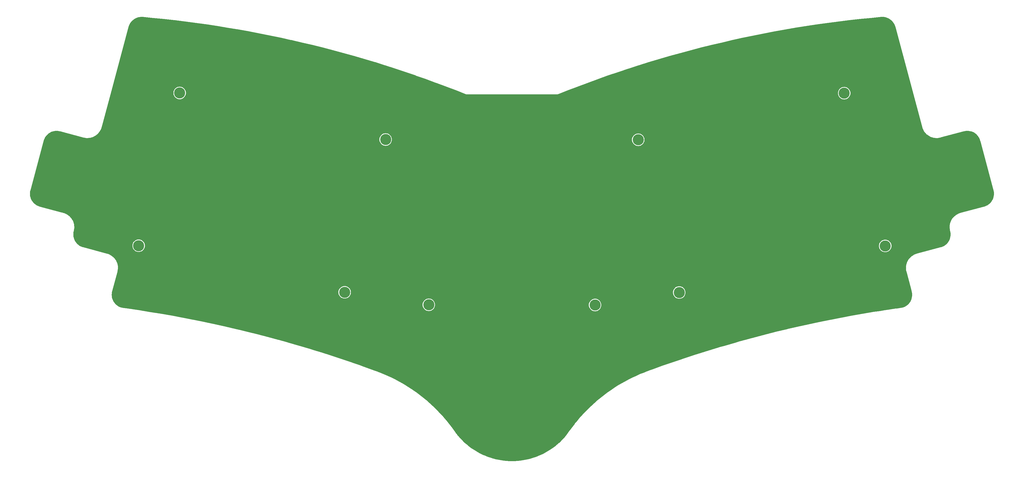
<source format=gtl>
G04 #@! TF.GenerationSoftware,KiCad,Pcbnew,8.0.2*
G04 #@! TF.CreationDate,2024-06-03T01:20:00+01:00*
G04 #@! TF.ProjectId,Ashwing66_baseplate,41736877-696e-4673-9636-5f6261736570,1*
G04 #@! TF.SameCoordinates,Original*
G04 #@! TF.FileFunction,Copper,L1,Top*
G04 #@! TF.FilePolarity,Positive*
%FSLAX46Y46*%
G04 Gerber Fmt 4.6, Leading zero omitted, Abs format (unit mm)*
G04 Created by KiCad (PCBNEW 8.0.2) date 2024-06-03 01:20:00*
%MOMM*%
%LPD*%
G01*
G04 APERTURE LIST*
G04 #@! TA.AperFunction,ComponentPad*
%ADD10C,4.000000*%
G04 #@! TD*
G04 APERTURE END LIST*
D10*
X182412813Y-191449989D03*
X152022060Y-186930278D03*
X166826509Y-131679322D03*
X92452975Y-114830939D03*
X77648526Y-170081896D03*
X347204984Y-170154664D03*
X258026999Y-131752090D03*
X332400534Y-114903706D03*
X242440696Y-191522758D03*
X272831448Y-187003047D03*
G04 #@! TA.AperFunction,Conductor*
G36*
X346245275Y-87314171D02*
G01*
X346654705Y-87336412D01*
X346665364Y-87337455D01*
X347071351Y-87394998D01*
X347081887Y-87396960D01*
X347481380Y-87489374D01*
X347491716Y-87492242D01*
X347881703Y-87618828D01*
X347891738Y-87622571D01*
X348269373Y-87782407D01*
X348279033Y-87786999D01*
X348641414Y-87978857D01*
X348650658Y-87984276D01*
X348995106Y-88206739D01*
X349003855Y-88212942D01*
X349019632Y-88225186D01*
X349327790Y-88464340D01*
X349335943Y-88471252D01*
X349636943Y-88749709D01*
X349644485Y-88757317D01*
X349920287Y-89060738D01*
X349927149Y-89068977D01*
X350175701Y-89395103D01*
X350181818Y-89403892D01*
X350370546Y-89701805D01*
X350401249Y-89750271D01*
X350406592Y-89759572D01*
X350595265Y-90123613D01*
X350599784Y-90133341D01*
X350756291Y-90512328D01*
X350759952Y-90522410D01*
X350884285Y-90917207D01*
X350885789Y-90922368D01*
X360586265Y-127133247D01*
X360586258Y-127133248D01*
X360586280Y-127133304D01*
X360586672Y-127134770D01*
X360586670Y-127134820D01*
X360656838Y-127396730D01*
X360766420Y-127702197D01*
X360805732Y-127811780D01*
X360820945Y-127845205D01*
X360988390Y-128213110D01*
X360988392Y-128213113D01*
X360988394Y-128213117D01*
X361203575Y-128597997D01*
X361290886Y-128727704D01*
X361449804Y-128963791D01*
X361725402Y-129308000D01*
X361725405Y-129308004D01*
X361976752Y-129573608D01*
X362028489Y-129628279D01*
X362283452Y-129856583D01*
X362356995Y-129922436D01*
X362356997Y-129922438D01*
X362708651Y-130188445D01*
X363081081Y-130424508D01*
X363081086Y-130424512D01*
X363104449Y-130436742D01*
X363471751Y-130629018D01*
X363877964Y-130800561D01*
X364296956Y-130937971D01*
X364725865Y-131040309D01*
X365161760Y-131106877D01*
X365601664Y-131137220D01*
X366042571Y-131131130D01*
X366481469Y-131088649D01*
X366915360Y-131010067D01*
X367125797Y-130953670D01*
X367125833Y-130953670D01*
X367125831Y-130953661D01*
X367184451Y-130937969D01*
X375553922Y-128697536D01*
X375554101Y-128697505D01*
X375564986Y-128694587D01*
X375564989Y-128694588D01*
X375605066Y-128683847D01*
X375610253Y-128682578D01*
X376013723Y-128593110D01*
X376024336Y-128591238D01*
X376431352Y-128537636D01*
X376442086Y-128536695D01*
X376852229Y-128518773D01*
X376863039Y-128518773D01*
X377273155Y-128536665D01*
X377283901Y-128537604D01*
X377690923Y-128591179D01*
X377701563Y-128593055D01*
X378102345Y-128681898D01*
X378112771Y-128684691D01*
X378153514Y-128697537D01*
X378504282Y-128808128D01*
X378514447Y-128811827D01*
X378893712Y-128968918D01*
X378903499Y-128973482D01*
X378918524Y-128981304D01*
X379267618Y-129163030D01*
X379276986Y-129168438D01*
X379623202Y-129389002D01*
X379632064Y-129395208D01*
X379957728Y-129645102D01*
X379966002Y-129652044D01*
X380268672Y-129929396D01*
X380276298Y-129937022D01*
X380478168Y-130157332D01*
X380553634Y-130239691D01*
X380560588Y-130247979D01*
X380810479Y-130573659D01*
X380816683Y-130582521D01*
X380845372Y-130627556D01*
X381037233Y-130928737D01*
X381042632Y-130938087D01*
X381124621Y-131095600D01*
X381232170Y-131302217D01*
X381236742Y-131312022D01*
X381393817Y-131691277D01*
X381397516Y-131701443D01*
X381521584Y-132094995D01*
X381523098Y-132100189D01*
X381536580Y-132150516D01*
X381536611Y-132150601D01*
X386324805Y-150012702D01*
X386326093Y-150017962D01*
X386415552Y-150421375D01*
X386417431Y-150432030D01*
X386471031Y-150839004D01*
X386471975Y-150849781D01*
X386489898Y-151259900D01*
X386489898Y-151270718D01*
X386472009Y-151680815D01*
X386471067Y-151691592D01*
X386417497Y-152098593D01*
X386415618Y-152109247D01*
X386326784Y-152509999D01*
X386323985Y-152520449D01*
X386200550Y-152911959D01*
X386196850Y-152922125D01*
X386039766Y-153301376D01*
X386035194Y-153311181D01*
X385845650Y-153675297D01*
X385840241Y-153684666D01*
X385619677Y-154030883D01*
X385613471Y-154039745D01*
X385363577Y-154365409D01*
X385356624Y-154373696D01*
X385079296Y-154676340D01*
X385071645Y-154683990D01*
X384768985Y-154961316D01*
X384760698Y-154968269D01*
X384435034Y-155218149D01*
X384426172Y-155224355D01*
X384079940Y-155444914D01*
X384070571Y-155450322D01*
X383706458Y-155639851D01*
X383696653Y-155644423D01*
X383317398Y-155801497D01*
X383307232Y-155805197D01*
X382913688Y-155929260D01*
X382908496Y-155930773D01*
X382857989Y-155944304D01*
X382857826Y-155944363D01*
X374482163Y-158190768D01*
X374481981Y-158190763D01*
X374219315Y-158261149D01*
X373804271Y-158410064D01*
X373402963Y-158592735D01*
X373402958Y-158592738D01*
X373018091Y-158807930D01*
X372652298Y-159054178D01*
X372308101Y-159329783D01*
X372308100Y-159329784D01*
X371987842Y-159632866D01*
X371987836Y-159632872D01*
X371693705Y-159961358D01*
X371693694Y-159961372D01*
X371427689Y-160313032D01*
X371427680Y-160313046D01*
X371191627Y-160685465D01*
X370987125Y-161076123D01*
X370815587Y-161482322D01*
X370815579Y-161482343D01*
X370678175Y-161901305D01*
X370678170Y-161901320D01*
X370575826Y-162330223D01*
X370547700Y-162514374D01*
X370509251Y-162766111D01*
X370496950Y-162944387D01*
X370478897Y-163206023D01*
X370484974Y-163646898D01*
X370484974Y-163646907D01*
X370484975Y-163646912D01*
X370486166Y-163659217D01*
X370527440Y-164085812D01*
X370606001Y-164519686D01*
X370606003Y-164519695D01*
X370639028Y-164642947D01*
X370661582Y-164727122D01*
X370661590Y-164727153D01*
X370662374Y-164730082D01*
X370663652Y-164735309D01*
X370753066Y-165138682D01*
X370754945Y-165149335D01*
X370808516Y-165556328D01*
X370809458Y-165567104D01*
X370827353Y-165977192D01*
X370827353Y-165988009D01*
X370809440Y-166398109D01*
X370808497Y-166408885D01*
X370754910Y-166815864D01*
X370753031Y-166826517D01*
X370664180Y-167227267D01*
X370661380Y-167237716D01*
X370537942Y-167629194D01*
X370534243Y-167639359D01*
X370377146Y-168018614D01*
X370372574Y-168028417D01*
X370183035Y-168392514D01*
X370177626Y-168401883D01*
X369957067Y-168748086D01*
X369950863Y-168756946D01*
X369700973Y-169082609D01*
X369694019Y-169090896D01*
X369416701Y-169393536D01*
X369409052Y-169401185D01*
X369106411Y-169678506D01*
X369098125Y-169685459D01*
X368772466Y-169935349D01*
X368763605Y-169941554D01*
X368417405Y-170162112D01*
X368408037Y-170167521D01*
X368043924Y-170357073D01*
X368034133Y-170361638D01*
X367654888Y-170518732D01*
X367644729Y-170522430D01*
X367249487Y-170647057D01*
X367244291Y-170648572D01*
X358710622Y-172935168D01*
X358710348Y-172935161D01*
X358448038Y-173005451D01*
X358448027Y-173005454D01*
X358032992Y-173154365D01*
X358032991Y-173154365D01*
X357631672Y-173337038D01*
X357246801Y-173552234D01*
X356881022Y-173798471D01*
X356881015Y-173798476D01*
X356536826Y-174074072D01*
X356536814Y-174074082D01*
X356216545Y-174377173D01*
X355922417Y-174705656D01*
X355922406Y-174705670D01*
X355656400Y-175057330D01*
X355656391Y-175057344D01*
X355420339Y-175429763D01*
X355420332Y-175429774D01*
X355215840Y-175820411D01*
X355215840Y-175820412D01*
X355215836Y-175820419D01*
X355215835Y-175820423D01*
X355111028Y-176068602D01*
X355044293Y-176226629D01*
X355044291Y-176226634D01*
X354906880Y-176645611D01*
X354906877Y-176645625D01*
X354804536Y-177074519D01*
X354737960Y-177510404D01*
X354707605Y-177950322D01*
X354713682Y-178391196D01*
X354713682Y-178391197D01*
X354713682Y-178391206D01*
X354713683Y-178391212D01*
X354725973Y-178518234D01*
X354756148Y-178830111D01*
X354834711Y-179263991D01*
X354834715Y-179264009D01*
X354876770Y-179420966D01*
X354876773Y-179420974D01*
X354878877Y-179428824D01*
X354878877Y-179428826D01*
X356409457Y-185141006D01*
X356784707Y-186541454D01*
X356784711Y-186541475D01*
X356797540Y-186589348D01*
X356798829Y-186594614D01*
X356887810Y-186996112D01*
X356889690Y-187006786D01*
X356942915Y-187411818D01*
X356943856Y-187422616D01*
X356961508Y-187830745D01*
X356961503Y-187841584D01*
X356943447Y-188249709D01*
X356942495Y-188260505D01*
X356888871Y-188665481D01*
X356886980Y-188676154D01*
X356798193Y-189074912D01*
X356795377Y-189085378D01*
X356672111Y-189474847D01*
X356668392Y-189485028D01*
X356511582Y-189862254D01*
X356506988Y-189872071D01*
X356317844Y-190234149D01*
X356312411Y-190243528D01*
X356092357Y-190587725D01*
X356086125Y-190596592D01*
X355836862Y-190920250D01*
X355829880Y-190928540D01*
X355553309Y-191229192D01*
X355545629Y-191236841D01*
X355243860Y-191512190D01*
X355235542Y-191519139D01*
X354910876Y-191767089D01*
X354901983Y-191773284D01*
X354556897Y-191991941D01*
X354547496Y-191997337D01*
X354184654Y-192185012D01*
X354174819Y-192189566D01*
X353796963Y-192344845D01*
X353786767Y-192348523D01*
X353396791Y-192470213D01*
X353386313Y-192472986D01*
X352989550Y-192559642D01*
X352980028Y-192561336D01*
X351445344Y-192772940D01*
X351023719Y-192831074D01*
X351023711Y-192831075D01*
X351023676Y-192831080D01*
X347754834Y-193312031D01*
X347095466Y-193409045D01*
X345227341Y-193701236D01*
X343172591Y-194022616D01*
X339255465Y-194671734D01*
X335344406Y-195356340D01*
X331439697Y-196076388D01*
X327541679Y-196831816D01*
X323650670Y-197622559D01*
X319766993Y-198448554D01*
X315890942Y-199309737D01*
X312022986Y-200206004D01*
X312022921Y-200206019D01*
X312022911Y-200206022D01*
X311584720Y-200311753D01*
X308163110Y-201137358D01*
X304311942Y-202103650D01*
X300469773Y-203104804D01*
X297554051Y-203892858D01*
X296636710Y-204140795D01*
X294729028Y-204675006D01*
X292813149Y-205211514D01*
X288999764Y-206316773D01*
X287635756Y-206725556D01*
X285196244Y-207456660D01*
X285196202Y-207456672D01*
X285196192Y-207456676D01*
X281403278Y-208630971D01*
X277621205Y-209839602D01*
X273850212Y-211082491D01*
X270090678Y-212359512D01*
X266342813Y-213670596D01*
X263672063Y-214632151D01*
X262606996Y-215015610D01*
X262606964Y-215015621D01*
X262606958Y-215015624D01*
X260796354Y-215686106D01*
X260790649Y-215687699D01*
X260744683Y-215705233D01*
X260743554Y-215705657D01*
X260697394Y-215722751D01*
X260692136Y-215725269D01*
X260039147Y-215974369D01*
X258645362Y-216546603D01*
X257266495Y-217153665D01*
X255903257Y-217795244D01*
X254556596Y-218470894D01*
X253227383Y-219180176D01*
X251916392Y-219922677D01*
X250624497Y-220697905D01*
X249352531Y-221505357D01*
X248101220Y-222344574D01*
X246871450Y-223214962D01*
X245663956Y-224115998D01*
X244479469Y-225047137D01*
X243318777Y-226007766D01*
X242182656Y-226997234D01*
X241071738Y-228014993D01*
X239986746Y-229060385D01*
X238928404Y-230132710D01*
X237897378Y-231231290D01*
X236894285Y-232355470D01*
X235919791Y-233504504D01*
X235193856Y-234405443D01*
X234974483Y-234677701D01*
X234058983Y-235874287D01*
X233563763Y-236556438D01*
X233173845Y-237093540D01*
X232751700Y-237706892D01*
X232747965Y-237712032D01*
X232154123Y-238486662D01*
X232151106Y-238490442D01*
X231525488Y-239243766D01*
X231522327Y-239247425D01*
X230867794Y-239975804D01*
X230864492Y-239979337D01*
X230182075Y-240681622D01*
X230178638Y-240685024D01*
X229469343Y-241360181D01*
X229465776Y-241363446D01*
X228730717Y-242010416D01*
X228727026Y-242013540D01*
X227967262Y-242631390D01*
X227963451Y-242634367D01*
X227180198Y-243222107D01*
X227176274Y-243224933D01*
X226370735Y-243781661D01*
X226366705Y-243784333D01*
X225540010Y-244309269D01*
X225535877Y-244311781D01*
X224689368Y-244804070D01*
X224685142Y-244806419D01*
X223820071Y-245265336D01*
X223815755Y-245267518D01*
X222933498Y-245692331D01*
X222929102Y-245694344D01*
X222030876Y-246084469D01*
X222026403Y-246086308D01*
X221113719Y-246441086D01*
X221109179Y-246442750D01*
X220183304Y-246761691D01*
X220178702Y-246763176D01*
X219241134Y-247045763D01*
X219236478Y-247047068D01*
X218288598Y-247292886D01*
X218283894Y-247294009D01*
X217327124Y-247502687D01*
X217322380Y-247503625D01*
X216358210Y-247674839D01*
X216353433Y-247675591D01*
X215383351Y-247809076D01*
X215378549Y-247809642D01*
X214403968Y-247905206D01*
X214399147Y-247905584D01*
X213421597Y-247963075D01*
X213416765Y-247963265D01*
X212437698Y-247982598D01*
X212432862Y-247982599D01*
X211453812Y-247963743D01*
X211448980Y-247963556D01*
X210471377Y-247906541D01*
X210466556Y-247906165D01*
X209491956Y-247811078D01*
X209487153Y-247810515D01*
X208516979Y-247677497D01*
X208512202Y-247676747D01*
X207547947Y-247506003D01*
X207543203Y-247505067D01*
X206586355Y-247296860D01*
X206581651Y-247295740D01*
X205783443Y-247089153D01*
X205633623Y-247050377D01*
X205628985Y-247049080D01*
X205346779Y-246964171D01*
X204691271Y-246766947D01*
X204686668Y-246765464D01*
X203760639Y-246446974D01*
X203756098Y-246445312D01*
X202843231Y-246090975D01*
X202838758Y-246089138D01*
X202830195Y-246085424D01*
X202817241Y-246079805D01*
X201940362Y-245699458D01*
X201935964Y-245697447D01*
X201053480Y-245273055D01*
X201049164Y-245270875D01*
X200536817Y-244999397D01*
X200183871Y-244812380D01*
X200179651Y-244810038D01*
X200169377Y-244804070D01*
X199607948Y-244477935D01*
X199332915Y-244318168D01*
X199328781Y-244315658D01*
X198501849Y-243791136D01*
X198497817Y-243788467D01*
X197691960Y-243232099D01*
X197688035Y-243229274D01*
X196904512Y-242641929D01*
X196900700Y-242638954D01*
X196140647Y-242021484D01*
X196136954Y-242018362D01*
X195401581Y-241371750D01*
X195398013Y-241368487D01*
X194688376Y-240693663D01*
X194684937Y-240690262D01*
X194002179Y-239988309D01*
X193998875Y-239984778D01*
X193343988Y-239256719D01*
X193340825Y-239253061D01*
X193334648Y-239245631D01*
X192714837Y-238500038D01*
X192711819Y-238496260D01*
X192481015Y-238195495D01*
X192117638Y-237721971D01*
X192113879Y-237716802D01*
X191691954Y-237103597D01*
X190807149Y-235884477D01*
X190807142Y-235884467D01*
X189891955Y-234687989D01*
X188946983Y-233514933D01*
X188946968Y-233514915D01*
X187972770Y-232365972D01*
X187304244Y-231616587D01*
X186969987Y-231241900D01*
X185939241Y-230143398D01*
X184881174Y-229071151D01*
X183796513Y-228025894D01*
X182685882Y-227008227D01*
X181550023Y-226018832D01*
X181550012Y-226018822D01*
X180796578Y-225395164D01*
X180389616Y-225058299D01*
X179997463Y-224749980D01*
X179205423Y-224127262D01*
X177998190Y-223226306D01*
X176768679Y-222355999D01*
X176387382Y-222100246D01*
X175517674Y-221516895D01*
X174312108Y-220751520D01*
X174245945Y-220709515D01*
X174226592Y-220697901D01*
X172954349Y-219934397D01*
X172933654Y-219922675D01*
X171643605Y-219191976D01*
X170314633Y-218482775D01*
X170314609Y-218482762D01*
X168968244Y-217807222D01*
X167605311Y-217165760D01*
X167605290Y-217165750D01*
X166226633Y-216558760D01*
X166226617Y-216558753D01*
X166226607Y-216558749D01*
X165812177Y-216388597D01*
X164833145Y-215986638D01*
X164180339Y-215737605D01*
X164174989Y-215735041D01*
X164128830Y-215717947D01*
X164127701Y-215717523D01*
X164096001Y-215705431D01*
X164088160Y-215702440D01*
X164088159Y-215702439D01*
X164081760Y-215699999D01*
X164076051Y-215698404D01*
X163001767Y-215300588D01*
X162265412Y-215027910D01*
X158529615Y-213682905D01*
X157283611Y-213247026D01*
X154781729Y-212371814D01*
X151022195Y-211094795D01*
X147251201Y-209851907D01*
X143469128Y-208643277D01*
X140374389Y-207685139D01*
X139676162Y-207468967D01*
X135872749Y-206329113D01*
X135872742Y-206329111D01*
X135872642Y-206329081D01*
X132059257Y-205223823D01*
X130937028Y-204909563D01*
X128235697Y-204153104D01*
X127858866Y-204051255D01*
X124402660Y-203117121D01*
X120560463Y-202115960D01*
X116709296Y-201149668D01*
X114379525Y-200587515D01*
X112849496Y-200218332D01*
X112849460Y-200218323D01*
X112849420Y-200218314D01*
X108981464Y-199322048D01*
X108926027Y-199309731D01*
X105105409Y-198460863D01*
X102379779Y-197881166D01*
X101221736Y-197634869D01*
X97330728Y-196844126D01*
X93432709Y-196088698D01*
X89528000Y-195368649D01*
X85616942Y-194684042D01*
X81699816Y-194034924D01*
X77776860Y-193421338D01*
X73848732Y-192843385D01*
X73848712Y-192843382D01*
X73848690Y-192843379D01*
X72449212Y-192650418D01*
X71893493Y-192573795D01*
X71883963Y-192572100D01*
X71486136Y-192485185D01*
X71475659Y-192482411D01*
X71110622Y-192368481D01*
X71085700Y-192360702D01*
X71075514Y-192357027D01*
X70697674Y-192201735D01*
X70687847Y-192197185D01*
X70371842Y-192033719D01*
X70324998Y-192009487D01*
X70315599Y-192004091D01*
X69970548Y-191785441D01*
X69961656Y-191779246D01*
X69677728Y-191562397D01*
X69637000Y-191531291D01*
X69628702Y-191524359D01*
X69547190Y-191449981D01*
X180157484Y-191449981D01*
X180157484Y-191449996D01*
X180176777Y-191744352D01*
X180176778Y-191744362D01*
X180176779Y-191744369D01*
X180226600Y-191994841D01*
X180234331Y-192033705D01*
X180234334Y-192033719D01*
X180329162Y-192313069D01*
X180459638Y-192577649D01*
X180459642Y-192577656D01*
X180623538Y-192822944D01*
X180818054Y-193044747D01*
X181039856Y-193239262D01*
X181285148Y-193403161D01*
X181549736Y-193533641D01*
X181829091Y-193628470D01*
X182118433Y-193686023D01*
X182146701Y-193687875D01*
X182412806Y-193705318D01*
X182412813Y-193705318D01*
X182412820Y-193705318D01*
X182648488Y-193689870D01*
X182707193Y-193686023D01*
X182996535Y-193628470D01*
X183275890Y-193533641D01*
X183540478Y-193403161D01*
X183785770Y-193239262D01*
X184007571Y-193044747D01*
X184202086Y-192822946D01*
X184365985Y-192577654D01*
X184496465Y-192313066D01*
X184591294Y-192033711D01*
X184648847Y-191744369D01*
X184652694Y-191685664D01*
X184663373Y-191522750D01*
X240185367Y-191522750D01*
X240185367Y-191522765D01*
X240204660Y-191817121D01*
X240204661Y-191817131D01*
X240204662Y-191817138D01*
X240204664Y-191817148D01*
X240262214Y-192106474D01*
X240262217Y-192106488D01*
X240357045Y-192385838D01*
X240487521Y-192650418D01*
X240487525Y-192650425D01*
X240651421Y-192895713D01*
X240845937Y-193117516D01*
X241067740Y-193312032D01*
X241231328Y-193421338D01*
X241313031Y-193475930D01*
X241577619Y-193606410D01*
X241856974Y-193701239D01*
X242146316Y-193758792D01*
X242174584Y-193760644D01*
X242440689Y-193778087D01*
X242440696Y-193778087D01*
X242440703Y-193778087D01*
X242676371Y-193762639D01*
X242735076Y-193758792D01*
X243024418Y-193701239D01*
X243303773Y-193606410D01*
X243568361Y-193475930D01*
X243813653Y-193312031D01*
X244035454Y-193117516D01*
X244229969Y-192895715D01*
X244393868Y-192650423D01*
X244524348Y-192385835D01*
X244619177Y-192106480D01*
X244676730Y-191817138D01*
X244693427Y-191562397D01*
X244696025Y-191522765D01*
X244696025Y-191522750D01*
X244676731Y-191228394D01*
X244676730Y-191228378D01*
X244619177Y-190939036D01*
X244524348Y-190659681D01*
X244393868Y-190395094D01*
X244345245Y-190322325D01*
X244286328Y-190234149D01*
X244229969Y-190149801D01*
X244166150Y-190077030D01*
X244035454Y-189927999D01*
X243813651Y-189733483D01*
X243568363Y-189569587D01*
X243568356Y-189569583D01*
X243303776Y-189439107D01*
X243024426Y-189344279D01*
X243024420Y-189344277D01*
X243024418Y-189344277D01*
X242735076Y-189286724D01*
X242735069Y-189286723D01*
X242735059Y-189286722D01*
X242440703Y-189267429D01*
X242440689Y-189267429D01*
X242146332Y-189286722D01*
X242146320Y-189286723D01*
X242146316Y-189286724D01*
X242146308Y-189286725D01*
X242146305Y-189286726D01*
X241856979Y-189344276D01*
X241856965Y-189344279D01*
X241577615Y-189439107D01*
X241313030Y-189569586D01*
X241067737Y-189733486D01*
X240845937Y-189927999D01*
X240651424Y-190149799D01*
X240487524Y-190395092D01*
X240357045Y-190659677D01*
X240262217Y-190939027D01*
X240262214Y-190939041D01*
X240204664Y-191228367D01*
X240204660Y-191228394D01*
X240185367Y-191522750D01*
X184663373Y-191522750D01*
X184668142Y-191449996D01*
X184668142Y-191449981D01*
X184648848Y-191155625D01*
X184648847Y-191155609D01*
X184591294Y-190866267D01*
X184496465Y-190586912D01*
X184365985Y-190322325D01*
X184321484Y-190255725D01*
X184307068Y-190234149D01*
X184202086Y-190077032D01*
X184071388Y-189928000D01*
X184007571Y-189855230D01*
X183785768Y-189660714D01*
X183540480Y-189496818D01*
X183540473Y-189496814D01*
X183275893Y-189366338D01*
X182996543Y-189271510D01*
X182996537Y-189271508D01*
X182996535Y-189271508D01*
X182707193Y-189213955D01*
X182707186Y-189213954D01*
X182707176Y-189213953D01*
X182412820Y-189194660D01*
X182412806Y-189194660D01*
X182118449Y-189213953D01*
X182118437Y-189213954D01*
X182118433Y-189213955D01*
X182118425Y-189213956D01*
X182118422Y-189213957D01*
X181829096Y-189271507D01*
X181829082Y-189271510D01*
X181549732Y-189366338D01*
X181285147Y-189496817D01*
X181039854Y-189660717D01*
X180818054Y-189855230D01*
X180623541Y-190077030D01*
X180459641Y-190322323D01*
X180329162Y-190586908D01*
X180234334Y-190866258D01*
X180234331Y-190866272D01*
X180176781Y-191155598D01*
X180176777Y-191155625D01*
X180157484Y-191449981D01*
X69547190Y-191449981D01*
X69326919Y-191248987D01*
X69319249Y-191241347D01*
X69042683Y-190940697D01*
X69035701Y-190932407D01*
X69026338Y-190920250D01*
X68786447Y-190608759D01*
X68780216Y-190599892D01*
X68602759Y-190322325D01*
X68560174Y-190255716D01*
X68554750Y-190246356D01*
X68365580Y-189884243D01*
X68360996Y-189874446D01*
X68204184Y-189497236D01*
X68200467Y-189487060D01*
X68196601Y-189474847D01*
X68077185Y-189097579D01*
X68074378Y-189087147D01*
X67985574Y-188688382D01*
X67983685Y-188677718D01*
X67950395Y-188426397D01*
X67930044Y-188272753D01*
X67929092Y-188261964D01*
X67911014Y-187853827D01*
X67911010Y-187843014D01*
X67928638Y-187434874D01*
X67929575Y-187424113D01*
X67982777Y-187019048D01*
X67984653Y-187008398D01*
X68001962Y-186930270D01*
X149766731Y-186930270D01*
X149766731Y-186930285D01*
X149786024Y-187224641D01*
X149786025Y-187224651D01*
X149786026Y-187224658D01*
X149800502Y-187297437D01*
X149843578Y-187513994D01*
X149843581Y-187514008D01*
X149938409Y-187793358D01*
X150068885Y-188057938D01*
X150068889Y-188057945D01*
X150232785Y-188303233D01*
X150427301Y-188525036D01*
X150649103Y-188719551D01*
X150894395Y-188883450D01*
X151158983Y-189013930D01*
X151438338Y-189108759D01*
X151727680Y-189166312D01*
X151755948Y-189168164D01*
X152022053Y-189185607D01*
X152022060Y-189185607D01*
X152022067Y-189185607D01*
X152257735Y-189170159D01*
X152316440Y-189166312D01*
X152605782Y-189108759D01*
X152885137Y-189013930D01*
X153149725Y-188883450D01*
X153395017Y-188719551D01*
X153616818Y-188525036D01*
X153811333Y-188303235D01*
X153975232Y-188057943D01*
X154105712Y-187793355D01*
X154200541Y-187514000D01*
X154258094Y-187224658D01*
X154272270Y-187008384D01*
X154272620Y-187003039D01*
X270576119Y-187003039D01*
X270576119Y-187003054D01*
X270595412Y-187297410D01*
X270595413Y-187297420D01*
X270595414Y-187297427D01*
X270621678Y-187429469D01*
X270652966Y-187586763D01*
X270652969Y-187586777D01*
X270747797Y-187866127D01*
X270878273Y-188130707D01*
X270878277Y-188130714D01*
X271042173Y-188376002D01*
X271236689Y-188597805D01*
X271458492Y-188792321D01*
X271703780Y-188956217D01*
X271703783Y-188956219D01*
X271968371Y-189086699D01*
X272247726Y-189181528D01*
X272537068Y-189239081D01*
X272565336Y-189240933D01*
X272831441Y-189258376D01*
X272831448Y-189258376D01*
X272831455Y-189258376D01*
X273067123Y-189242928D01*
X273125828Y-189239081D01*
X273415170Y-189181528D01*
X273694525Y-189086699D01*
X273959113Y-188956219D01*
X274204405Y-188792320D01*
X274426206Y-188597805D01*
X274620721Y-188376004D01*
X274784620Y-188130712D01*
X274915100Y-187866124D01*
X275009929Y-187586769D01*
X275067482Y-187297427D01*
X275086080Y-187013686D01*
X275086777Y-187003054D01*
X275086777Y-187003039D01*
X275067483Y-186708683D01*
X275067482Y-186708667D01*
X275009929Y-186419325D01*
X274915100Y-186139970D01*
X274784620Y-185875383D01*
X274735997Y-185802614D01*
X274729490Y-185792876D01*
X274620721Y-185630090D01*
X274556902Y-185557319D01*
X274426206Y-185408288D01*
X274204403Y-185213772D01*
X273959115Y-185049876D01*
X273959108Y-185049872D01*
X273694528Y-184919396D01*
X273415178Y-184824568D01*
X273415172Y-184824566D01*
X273415170Y-184824566D01*
X273125828Y-184767013D01*
X273125821Y-184767012D01*
X273125811Y-184767011D01*
X272831455Y-184747718D01*
X272831441Y-184747718D01*
X272537084Y-184767011D01*
X272537072Y-184767012D01*
X272537068Y-184767013D01*
X272537060Y-184767014D01*
X272537057Y-184767015D01*
X272247731Y-184824565D01*
X272247717Y-184824568D01*
X271968367Y-184919396D01*
X271703782Y-185049875D01*
X271458489Y-185213775D01*
X271236689Y-185408288D01*
X271042176Y-185630088D01*
X270878276Y-185875381D01*
X270747797Y-186139966D01*
X270652969Y-186419316D01*
X270652966Y-186419330D01*
X270595416Y-186708656D01*
X270595412Y-186708683D01*
X270576119Y-187003039D01*
X154272620Y-187003039D01*
X154277389Y-186930285D01*
X154277389Y-186930270D01*
X154258095Y-186635914D01*
X154258094Y-186635898D01*
X154200541Y-186346556D01*
X154105712Y-186067201D01*
X153975232Y-185802614D01*
X153811333Y-185557321D01*
X153680635Y-185408289D01*
X153616818Y-185335519D01*
X153395015Y-185141003D01*
X153149727Y-184977107D01*
X153149720Y-184977103D01*
X152885140Y-184846627D01*
X152605790Y-184751799D01*
X152605784Y-184751797D01*
X152605782Y-184751797D01*
X152316440Y-184694244D01*
X152316433Y-184694243D01*
X152316423Y-184694242D01*
X152022067Y-184674949D01*
X152022053Y-184674949D01*
X151727696Y-184694242D01*
X151727684Y-184694243D01*
X151727680Y-184694244D01*
X151727672Y-184694245D01*
X151727669Y-184694246D01*
X151438343Y-184751796D01*
X151438329Y-184751799D01*
X151158979Y-184846627D01*
X150894394Y-184977106D01*
X150649101Y-185141006D01*
X150427301Y-185335519D01*
X150232788Y-185557319D01*
X150068888Y-185802612D01*
X149938409Y-186067197D01*
X149843581Y-186346547D01*
X149843578Y-186346561D01*
X149786028Y-186635887D01*
X149786024Y-186635914D01*
X149766731Y-186930270D01*
X68001962Y-186930270D01*
X68073672Y-186606594D01*
X68074961Y-186601322D01*
X69967430Y-179538542D01*
X69967498Y-179538432D01*
X69980671Y-179489264D01*
X69980672Y-179489265D01*
X70037730Y-179276306D01*
X70086592Y-179006420D01*
X70116284Y-178842425D01*
X70117476Y-178830111D01*
X70158743Y-178403525D01*
X70159147Y-178374131D01*
X70164812Y-177962638D01*
X70164811Y-177962635D01*
X70164812Y-177962624D01*
X70134452Y-177522729D01*
X70067871Y-177086843D01*
X69965521Y-176657944D01*
X69828104Y-176238961D01*
X69656558Y-175832757D01*
X69452053Y-175442107D01*
X69215989Y-175069678D01*
X69215986Y-175069673D01*
X68949983Y-174718024D01*
X68949971Y-174718010D01*
X68655835Y-174389524D01*
X68655829Y-174389518D01*
X68527724Y-174268286D01*
X68335565Y-174086437D01*
X68121205Y-173914799D01*
X67991362Y-173810833D01*
X67813775Y-173691287D01*
X67625582Y-173564599D01*
X67240714Y-173349409D01*
X67240715Y-173349409D01*
X67240705Y-173349404D01*
X66839382Y-173166732D01*
X66424360Y-173017828D01*
X66424348Y-173017825D01*
X66275295Y-172977884D01*
X66275292Y-172977883D01*
X57626907Y-170660550D01*
X57621712Y-170659035D01*
X57227664Y-170534785D01*
X57217506Y-170531088D01*
X56838242Y-170373986D01*
X56828460Y-170369425D01*
X56809527Y-170359569D01*
X56464341Y-170179872D01*
X56454973Y-170174463D01*
X56309662Y-170081888D01*
X75393197Y-170081888D01*
X75393197Y-170081903D01*
X75412490Y-170376259D01*
X75412491Y-170376269D01*
X75412492Y-170376276D01*
X75468898Y-170659854D01*
X75470044Y-170665612D01*
X75470047Y-170665626D01*
X75564875Y-170944976D01*
X75695351Y-171209556D01*
X75695355Y-171209563D01*
X75859251Y-171454851D01*
X76053767Y-171676654D01*
X76275569Y-171871169D01*
X76520861Y-172035068D01*
X76785449Y-172165548D01*
X77064804Y-172260377D01*
X77354146Y-172317930D01*
X77382414Y-172319782D01*
X77648519Y-172337225D01*
X77648526Y-172337225D01*
X77648533Y-172337225D01*
X77884201Y-172321777D01*
X77942906Y-172317930D01*
X78232248Y-172260377D01*
X78511603Y-172165548D01*
X78776191Y-172035068D01*
X79021483Y-171871169D01*
X79243284Y-171676654D01*
X79437799Y-171454853D01*
X79601698Y-171209561D01*
X79732178Y-170944973D01*
X79827007Y-170665618D01*
X79884560Y-170376276D01*
X79898243Y-170167521D01*
X79899086Y-170154656D01*
X344949655Y-170154656D01*
X344949655Y-170154671D01*
X344968948Y-170449027D01*
X344968949Y-170449037D01*
X344968950Y-170449044D01*
X345008425Y-170647503D01*
X345026502Y-170738380D01*
X345026505Y-170738394D01*
X345121333Y-171017744D01*
X345251809Y-171282324D01*
X345251813Y-171282331D01*
X345415709Y-171527619D01*
X345610225Y-171749422D01*
X345749051Y-171871169D01*
X345832027Y-171943937D01*
X346077319Y-172107836D01*
X346341907Y-172238316D01*
X346621262Y-172333145D01*
X346910604Y-172390698D01*
X346938872Y-172392550D01*
X347204977Y-172409993D01*
X347204984Y-172409993D01*
X347204991Y-172409993D01*
X347440659Y-172394545D01*
X347499364Y-172390698D01*
X347788706Y-172333145D01*
X348068061Y-172238316D01*
X348332649Y-172107836D01*
X348577941Y-171943937D01*
X348799742Y-171749422D01*
X348994257Y-171527621D01*
X349158156Y-171282329D01*
X349288636Y-171017741D01*
X349383465Y-170738386D01*
X349441018Y-170449044D01*
X349458661Y-170179872D01*
X349460313Y-170154671D01*
X349460313Y-170154656D01*
X349441019Y-169860300D01*
X349441018Y-169860284D01*
X349383465Y-169570942D01*
X349288636Y-169291587D01*
X349158156Y-169027000D01*
X349155165Y-169022524D01*
X349103026Y-168944493D01*
X348994257Y-168781707D01*
X348930439Y-168708937D01*
X348799742Y-168559905D01*
X348577939Y-168365389D01*
X348332651Y-168201493D01*
X348332644Y-168201489D01*
X348068064Y-168071013D01*
X347788714Y-167976185D01*
X347788708Y-167976183D01*
X347788706Y-167976183D01*
X347499364Y-167918630D01*
X347499357Y-167918629D01*
X347499347Y-167918628D01*
X347204991Y-167899335D01*
X347204977Y-167899335D01*
X346910620Y-167918628D01*
X346910608Y-167918629D01*
X346910604Y-167918630D01*
X346910596Y-167918631D01*
X346910593Y-167918632D01*
X346621267Y-167976182D01*
X346621253Y-167976185D01*
X346341903Y-168071013D01*
X346077318Y-168201492D01*
X345832025Y-168365392D01*
X345610225Y-168559905D01*
X345415712Y-168781705D01*
X345251812Y-169026998D01*
X345121333Y-169291583D01*
X345026505Y-169570933D01*
X345026502Y-169570947D01*
X344968952Y-169860273D01*
X344968948Y-169860300D01*
X344949655Y-170154656D01*
X79899086Y-170154656D01*
X79903855Y-170081903D01*
X79903855Y-170081888D01*
X79884561Y-169787532D01*
X79884560Y-169787516D01*
X79827007Y-169498174D01*
X79732178Y-169218819D01*
X79601698Y-168954232D01*
X79437799Y-168708939D01*
X79386198Y-168650100D01*
X79243284Y-168487137D01*
X79021481Y-168292621D01*
X78776193Y-168128725D01*
X78776186Y-168128721D01*
X78511606Y-167998245D01*
X78232256Y-167903417D01*
X78232250Y-167903415D01*
X78232248Y-167903415D01*
X77942906Y-167845862D01*
X77942899Y-167845861D01*
X77942889Y-167845860D01*
X77648533Y-167826567D01*
X77648519Y-167826567D01*
X77354162Y-167845860D01*
X77354150Y-167845861D01*
X77354146Y-167845862D01*
X77354138Y-167845863D01*
X77354135Y-167845864D01*
X77064809Y-167903414D01*
X77064795Y-167903417D01*
X76785445Y-167998245D01*
X76520860Y-168128724D01*
X76275567Y-168292624D01*
X76053767Y-168487137D01*
X75859254Y-168708937D01*
X75695354Y-168954230D01*
X75564875Y-169218815D01*
X75470047Y-169498165D01*
X75470044Y-169498179D01*
X75412494Y-169787505D01*
X75412490Y-169787532D01*
X75393197Y-170081888D01*
X56309662Y-170081888D01*
X56108769Y-169953903D01*
X56099908Y-169947698D01*
X55774245Y-169697805D01*
X55765959Y-169690852D01*
X55463314Y-169413528D01*
X55455665Y-169405879D01*
X55178347Y-169103240D01*
X55171393Y-169094954D01*
X55168279Y-169090896D01*
X54921491Y-168769276D01*
X54915287Y-168760415D01*
X54694732Y-168414218D01*
X54689323Y-168404850D01*
X54499767Y-168040724D01*
X54495210Y-168030952D01*
X54338107Y-167651681D01*
X54334408Y-167641516D01*
X54210968Y-167250034D01*
X54208168Y-167239585D01*
X54119316Y-166838830D01*
X54117437Y-166828178D01*
X54084998Y-166581816D01*
X54063846Y-166421176D01*
X54062906Y-166410430D01*
X54044992Y-166000308D01*
X54044992Y-165989494D01*
X54045529Y-165977192D01*
X54062888Y-165579383D01*
X54063827Y-165568642D01*
X54117403Y-165161607D01*
X54119275Y-165150994D01*
X54208360Y-164749103D01*
X54209654Y-164743818D01*
X54222696Y-164695198D01*
X54222718Y-164695057D01*
X54223514Y-164692085D01*
X54223626Y-164691443D01*
X54266356Y-164531993D01*
X54344930Y-164098107D01*
X54387405Y-163659214D01*
X54393490Y-163218312D01*
X54363145Y-162778414D01*
X54296575Y-162342525D01*
X54194236Y-161913622D01*
X54128610Y-161713515D01*
X54056836Y-161494660D01*
X54056831Y-161494650D01*
X54056827Y-161494635D01*
X53885287Y-161088427D01*
X53680787Y-160697772D01*
X53444725Y-160325340D01*
X53178713Y-159973674D01*
X53167697Y-159961372D01*
X52902931Y-159665686D01*
X52884568Y-159645178D01*
X52564300Y-159342094D01*
X52220097Y-159066494D01*
X51854310Y-158820260D01*
X51854303Y-158820256D01*
X51854300Y-158820254D01*
X51469444Y-158605078D01*
X51469440Y-158605075D01*
X51315430Y-158534976D01*
X51068111Y-158422408D01*
X51019588Y-158405000D01*
X50653075Y-158273508D01*
X50653067Y-158273506D01*
X50443354Y-158217317D01*
X50443324Y-158217309D01*
X50394242Y-158204145D01*
X49621393Y-157996861D01*
X42014363Y-155956603D01*
X42014246Y-155956561D01*
X41964520Y-155943235D01*
X41959329Y-155941722D01*
X41565227Y-155817452D01*
X41555062Y-155813752D01*
X41175822Y-155656655D01*
X41166018Y-155652083D01*
X40801921Y-155462537D01*
X40792553Y-155457129D01*
X40446343Y-155236562D01*
X40437482Y-155230357D01*
X40421573Y-155218149D01*
X40111812Y-154980454D01*
X40103538Y-154973510D01*
X39800898Y-154696185D01*
X39793249Y-154688536D01*
X39515930Y-154385890D01*
X39508977Y-154377604D01*
X39259089Y-154051941D01*
X39252884Y-154043080D01*
X39032324Y-153696867D01*
X39026916Y-153687499D01*
X38837377Y-153323399D01*
X38832805Y-153313595D01*
X38764310Y-153148235D01*
X38675713Y-152934344D01*
X38672016Y-152924186D01*
X38548569Y-152532671D01*
X38545779Y-152522255D01*
X38456924Y-152121474D01*
X38455052Y-152110858D01*
X38401462Y-151703842D01*
X38400522Y-151693096D01*
X38382611Y-151282977D01*
X38382611Y-151272163D01*
X38382674Y-151270718D01*
X38400510Y-150862056D01*
X38401449Y-150851311D01*
X38455026Y-150444285D01*
X38456900Y-150433665D01*
X38546346Y-150030156D01*
X38547622Y-150024944D01*
X43335353Y-132164573D01*
X43335377Y-132164511D01*
X43349161Y-132113068D01*
X43350675Y-132107873D01*
X43354736Y-132094995D01*
X43474933Y-131713767D01*
X43478633Y-131703604D01*
X43479528Y-131701443D01*
X43488694Y-131679314D01*
X164571180Y-131679314D01*
X164571180Y-131679329D01*
X164590473Y-131973685D01*
X164590474Y-131973695D01*
X164590475Y-131973702D01*
X164626160Y-132153107D01*
X164648027Y-132263038D01*
X164648030Y-132263052D01*
X164742858Y-132542402D01*
X164873334Y-132806982D01*
X164873338Y-132806989D01*
X165037234Y-133052277D01*
X165231750Y-133274080D01*
X165453552Y-133468595D01*
X165698844Y-133632494D01*
X165963432Y-133762974D01*
X166242787Y-133857803D01*
X166532129Y-133915356D01*
X166560397Y-133917208D01*
X166826502Y-133934651D01*
X166826509Y-133934651D01*
X166826516Y-133934651D01*
X167062184Y-133919203D01*
X167120889Y-133915356D01*
X167410231Y-133857803D01*
X167689586Y-133762974D01*
X167954174Y-133632494D01*
X168199466Y-133468595D01*
X168421267Y-133274080D01*
X168615782Y-133052279D01*
X168779681Y-132806987D01*
X168910161Y-132542399D01*
X169004990Y-132263044D01*
X169062543Y-131973702D01*
X169066390Y-131914997D01*
X169077069Y-131752082D01*
X255771670Y-131752082D01*
X255771670Y-131752097D01*
X255790963Y-132046453D01*
X255790964Y-132046463D01*
X255790965Y-132046470D01*
X255790967Y-132046480D01*
X255848517Y-132335806D01*
X255848520Y-132335820D01*
X255943348Y-132615170D01*
X256073824Y-132879750D01*
X256073828Y-132879757D01*
X256237724Y-133125045D01*
X256432240Y-133346848D01*
X256571066Y-133468595D01*
X256654042Y-133541363D01*
X256899334Y-133705262D01*
X257163922Y-133835742D01*
X257443277Y-133930571D01*
X257732619Y-133988124D01*
X257760887Y-133989976D01*
X258026992Y-134007419D01*
X258026999Y-134007419D01*
X258027006Y-134007419D01*
X258262674Y-133991971D01*
X258321379Y-133988124D01*
X258610721Y-133930571D01*
X258890076Y-133835742D01*
X259154664Y-133705262D01*
X259399956Y-133541363D01*
X259621757Y-133346848D01*
X259816272Y-133125047D01*
X259980171Y-132879755D01*
X260110651Y-132615167D01*
X260205480Y-132335812D01*
X260263033Y-132046470D01*
X260281298Y-131767805D01*
X260282328Y-131752097D01*
X260282328Y-131752082D01*
X260263034Y-131457726D01*
X260263033Y-131457710D01*
X260205480Y-131168368D01*
X260110651Y-130889013D01*
X259980171Y-130624426D01*
X259954500Y-130586007D01*
X259884584Y-130481370D01*
X259816272Y-130379133D01*
X259708330Y-130256049D01*
X259621757Y-130157331D01*
X259399954Y-129962815D01*
X259154666Y-129798919D01*
X259154659Y-129798915D01*
X258890079Y-129668439D01*
X258610729Y-129573611D01*
X258610723Y-129573609D01*
X258610721Y-129573609D01*
X258321379Y-129516056D01*
X258321372Y-129516055D01*
X258321362Y-129516054D01*
X258027006Y-129496761D01*
X258026992Y-129496761D01*
X257732635Y-129516054D01*
X257732623Y-129516055D01*
X257732619Y-129516056D01*
X257732611Y-129516057D01*
X257732608Y-129516058D01*
X257443282Y-129573608D01*
X257443268Y-129573611D01*
X257163918Y-129668439D01*
X256899333Y-129798918D01*
X256654040Y-129962818D01*
X256432240Y-130157331D01*
X256237727Y-130379131D01*
X256073827Y-130624424D01*
X255943348Y-130889009D01*
X255848520Y-131168359D01*
X255848517Y-131168373D01*
X255790967Y-131457699D01*
X255790963Y-131457726D01*
X255771670Y-131752082D01*
X169077069Y-131752082D01*
X169081838Y-131679329D01*
X169081838Y-131679314D01*
X169062544Y-131384958D01*
X169062543Y-131384942D01*
X169004990Y-131095600D01*
X168910161Y-130816245D01*
X168779681Y-130551658D01*
X168615782Y-130306365D01*
X168571656Y-130256049D01*
X168421267Y-130084563D01*
X168199464Y-129890047D01*
X167954176Y-129726151D01*
X167954169Y-129726147D01*
X167689589Y-129595671D01*
X167410239Y-129500843D01*
X167410233Y-129500841D01*
X167410231Y-129500841D01*
X167120889Y-129443288D01*
X167120882Y-129443287D01*
X167120872Y-129443286D01*
X166826516Y-129423993D01*
X166826502Y-129423993D01*
X166532145Y-129443286D01*
X166532133Y-129443287D01*
X166532129Y-129443288D01*
X166532121Y-129443289D01*
X166532118Y-129443290D01*
X166242792Y-129500840D01*
X166242778Y-129500843D01*
X165963428Y-129595671D01*
X165698843Y-129726150D01*
X165453550Y-129890050D01*
X165231750Y-130084563D01*
X165037237Y-130306363D01*
X164873337Y-130551656D01*
X164742858Y-130816241D01*
X164648030Y-131095591D01*
X164648027Y-131095605D01*
X164590477Y-131384931D01*
X164590473Y-131384958D01*
X164571180Y-131679314D01*
X43488694Y-131679314D01*
X43635724Y-131324346D01*
X43640276Y-131314583D01*
X43829838Y-130950433D01*
X43835231Y-130941092D01*
X44055806Y-130594856D01*
X44061996Y-130586017D01*
X44311892Y-130260343D01*
X44318842Y-130252061D01*
X44596191Y-129949386D01*
X44603807Y-129941771D01*
X44906470Y-129664430D01*
X44914739Y-129657492D01*
X45240429Y-129407581D01*
X45249272Y-129401390D01*
X45595502Y-129180817D01*
X45604823Y-129175435D01*
X45968976Y-128985869D01*
X45978744Y-128981314D01*
X46358037Y-128824206D01*
X46368151Y-128820525D01*
X46759684Y-128697076D01*
X46770098Y-128694285D01*
X47170905Y-128605430D01*
X47181516Y-128603559D01*
X47588533Y-128549976D01*
X47599267Y-128549036D01*
X48009395Y-128531132D01*
X48020206Y-128531132D01*
X48430328Y-128549040D01*
X48441070Y-128549980D01*
X48848075Y-128603565D01*
X48858702Y-128605438D01*
X49262224Y-128694900D01*
X49267404Y-128696168D01*
X49307432Y-128706894D01*
X49318079Y-128709747D01*
X49318232Y-128709773D01*
X57792297Y-130978199D01*
X57792297Y-130978198D01*
X57804865Y-130981563D01*
X57804864Y-130981564D01*
X57804915Y-130981572D01*
X57906522Y-131008799D01*
X57957053Y-131022340D01*
X57957055Y-131022340D01*
X57957065Y-131022343D01*
X58390951Y-131100912D01*
X58829844Y-131143381D01*
X59050294Y-131146421D01*
X59270732Y-131149462D01*
X59270734Y-131149461D01*
X59270745Y-131149462D01*
X59710643Y-131119112D01*
X60146531Y-131052538D01*
X60575433Y-130950196D01*
X60994418Y-130812785D01*
X61400625Y-130641243D01*
X61791278Y-130436742D01*
X62163710Y-130200679D01*
X62515375Y-129934667D01*
X62843871Y-129640522D01*
X63146955Y-129320255D01*
X63422555Y-128976054D01*
X63668790Y-128610268D01*
X63883977Y-128225398D01*
X64066647Y-127824072D01*
X64215550Y-127409031D01*
X64256228Y-127257214D01*
X64256237Y-127257192D01*
X64259719Y-127244192D01*
X64259721Y-127244191D01*
X64272612Y-127196072D01*
X64284043Y-127153407D01*
X64284042Y-127153405D01*
X64287476Y-127140592D01*
X64287478Y-127140571D01*
X67585088Y-114830931D01*
X90197646Y-114830931D01*
X90197646Y-114830946D01*
X90216939Y-115125302D01*
X90216940Y-115125312D01*
X90216941Y-115125319D01*
X90263916Y-115361483D01*
X90274493Y-115414655D01*
X90274496Y-115414669D01*
X90369324Y-115694019D01*
X90499800Y-115958599D01*
X90499804Y-115958606D01*
X90663700Y-116203894D01*
X90858216Y-116425697D01*
X91080018Y-116620212D01*
X91325310Y-116784111D01*
X91589898Y-116914591D01*
X91869253Y-117009420D01*
X92158595Y-117066973D01*
X92186863Y-117068825D01*
X92452968Y-117086268D01*
X92452975Y-117086268D01*
X92452982Y-117086268D01*
X92688650Y-117070820D01*
X92747355Y-117066973D01*
X93036697Y-117009420D01*
X93316052Y-116914591D01*
X93580640Y-116784111D01*
X93825932Y-116620212D01*
X94047733Y-116425697D01*
X94242248Y-116203896D01*
X94406147Y-115958604D01*
X94536627Y-115694016D01*
X94631456Y-115414661D01*
X94689009Y-115125319D01*
X94703535Y-114903698D01*
X94708304Y-114830946D01*
X94708304Y-114830931D01*
X94689010Y-114536575D01*
X94689009Y-114536559D01*
X94631456Y-114247217D01*
X94536627Y-113967862D01*
X94406147Y-113703275D01*
X94242248Y-113457982D01*
X94199630Y-113409386D01*
X94047733Y-113236180D01*
X93825930Y-113041664D01*
X93580642Y-112877768D01*
X93580635Y-112877764D01*
X93316055Y-112747288D01*
X93036705Y-112652460D01*
X93036699Y-112652458D01*
X93036697Y-112652458D01*
X92747355Y-112594905D01*
X92747348Y-112594904D01*
X92747338Y-112594903D01*
X92452982Y-112575610D01*
X92452968Y-112575610D01*
X92158611Y-112594903D01*
X92158599Y-112594904D01*
X92158595Y-112594905D01*
X92158587Y-112594906D01*
X92158584Y-112594907D01*
X91869258Y-112652457D01*
X91869244Y-112652460D01*
X91589894Y-112747288D01*
X91325309Y-112877767D01*
X91080016Y-113041667D01*
X90858216Y-113236180D01*
X90663703Y-113457980D01*
X90499803Y-113703273D01*
X90369324Y-113967858D01*
X90274496Y-114247208D01*
X90274493Y-114247222D01*
X90216943Y-114536548D01*
X90216939Y-114536575D01*
X90197646Y-114830931D01*
X67585088Y-114830931D01*
X73986940Y-90933475D01*
X73988441Y-90928328D01*
X74018907Y-90831583D01*
X74112405Y-90534677D01*
X74116057Y-90524618D01*
X74272576Y-90145584D01*
X74277077Y-90135896D01*
X74465765Y-89771814D01*
X74471086Y-89762551D01*
X74690528Y-89416148D01*
X74696644Y-89407359D01*
X74945205Y-89081216D01*
X74952046Y-89073004D01*
X75227872Y-88769555D01*
X75235381Y-88761979D01*
X75536406Y-88483499D01*
X75544553Y-88476591D01*
X75868526Y-88225165D01*
X75877229Y-88218994D01*
X76221721Y-87996508D01*
X76230937Y-87991107D01*
X76593341Y-87799240D01*
X76603003Y-87794648D01*
X76980631Y-87634821D01*
X76990651Y-87631082D01*
X77380687Y-87504488D01*
X77390999Y-87501628D01*
X77790513Y-87409218D01*
X77801016Y-87407262D01*
X78207016Y-87349726D01*
X78217671Y-87348683D01*
X78627139Y-87326451D01*
X78637838Y-87326335D01*
X79050240Y-87339656D01*
X79055573Y-87339944D01*
X79097070Y-87343086D01*
X79097071Y-87343085D01*
X79105213Y-87343702D01*
X79114146Y-87343675D01*
X82918790Y-87698080D01*
X82919468Y-87698146D01*
X86789646Y-88095741D01*
X86790460Y-88095829D01*
X90477165Y-88509971D01*
X90656442Y-88530110D01*
X90657611Y-88530247D01*
X94519281Y-89001199D01*
X94520117Y-89001305D01*
X98377171Y-89508890D01*
X98378300Y-89509044D01*
X102230337Y-90053210D01*
X102231232Y-90053341D01*
X106078036Y-90634060D01*
X106078925Y-90634198D01*
X109920136Y-91251414D01*
X109921022Y-91251561D01*
X113755996Y-91905173D01*
X113756951Y-91905340D01*
X117585567Y-92595322D01*
X117586630Y-92595519D01*
X121408563Y-93321816D01*
X121409418Y-93321982D01*
X125224286Y-94084521D01*
X125225332Y-94084735D01*
X129032880Y-94883464D01*
X129033707Y-94883643D01*
X132552766Y-95656795D01*
X132833320Y-95718434D01*
X132834471Y-95718692D01*
X136625918Y-96589492D01*
X136626828Y-96589705D01*
X140410186Y-97496533D01*
X140410991Y-97496730D01*
X144185507Y-98439409D01*
X144186395Y-98439635D01*
X147951604Y-99418047D01*
X147952580Y-99418305D01*
X151708486Y-100432449D01*
X151709275Y-100432666D01*
X155455405Y-101482417D01*
X155456323Y-101482679D01*
X159192256Y-102567920D01*
X159193229Y-102568208D01*
X162918531Y-103688808D01*
X162919502Y-103689104D01*
X166634057Y-104845029D01*
X166635157Y-104845377D01*
X170338632Y-106036522D01*
X170339517Y-106036812D01*
X174031531Y-107263058D01*
X174032384Y-107263345D01*
X177684511Y-108514953D01*
X177712550Y-108524562D01*
X177713641Y-108524941D01*
X181381585Y-109821000D01*
X181382542Y-109821343D01*
X185011740Y-111142589D01*
X185038082Y-111152179D01*
X185039178Y-111152584D01*
X188681935Y-112518058D01*
X188682869Y-112518414D01*
X192312412Y-113918366D01*
X192313360Y-113918736D01*
X195928406Y-115352659D01*
X195930054Y-115353328D01*
X195973797Y-115371431D01*
X195973800Y-115371432D01*
X196017391Y-115371418D01*
X196021483Y-115371486D01*
X196049793Y-115372429D01*
X196059351Y-115372748D01*
X196059352Y-115372747D01*
X196059358Y-115372748D01*
X196059363Y-115372746D01*
X196060131Y-115372637D01*
X196077563Y-115371399D01*
X228789691Y-115361433D01*
X228807185Y-115362668D01*
X228807744Y-115362747D01*
X228807746Y-115362748D01*
X228807747Y-115362747D01*
X228807748Y-115362748D01*
X228811950Y-115362607D01*
X228845711Y-115361482D01*
X228849754Y-115361414D01*
X228893457Y-115361402D01*
X228937099Y-115343309D01*
X228938598Y-115342700D01*
X230045361Y-114903698D01*
X330145205Y-114903698D01*
X330145205Y-114903713D01*
X330164498Y-115198069D01*
X330164499Y-115198079D01*
X330164500Y-115198086D01*
X330198977Y-115371418D01*
X330222052Y-115487422D01*
X330222055Y-115487436D01*
X330316883Y-115766786D01*
X330447359Y-116031366D01*
X330447363Y-116031373D01*
X330611259Y-116276661D01*
X330805775Y-116498464D01*
X331027578Y-116692980D01*
X331272866Y-116856876D01*
X331272869Y-116856878D01*
X331537457Y-116987358D01*
X331816812Y-117082187D01*
X332106154Y-117139740D01*
X332134422Y-117141592D01*
X332400527Y-117159035D01*
X332400534Y-117159035D01*
X332400541Y-117159035D01*
X332636209Y-117143587D01*
X332694914Y-117139740D01*
X332984256Y-117082187D01*
X333263611Y-116987358D01*
X333528199Y-116856878D01*
X333773491Y-116692979D01*
X333995292Y-116498464D01*
X334189807Y-116276663D01*
X334353706Y-116031371D01*
X334484186Y-115766783D01*
X334579015Y-115487428D01*
X334636568Y-115198086D01*
X334641337Y-115125329D01*
X334655863Y-114903713D01*
X334655863Y-114903698D01*
X334636569Y-114609342D01*
X334636568Y-114609326D01*
X334579015Y-114319984D01*
X334484186Y-114040629D01*
X334353706Y-113776042D01*
X334305083Y-113703273D01*
X334298576Y-113693535D01*
X334189807Y-113530749D01*
X334125990Y-113457980D01*
X333995292Y-113308947D01*
X333773489Y-113114431D01*
X333528201Y-112950535D01*
X333528194Y-112950531D01*
X333263614Y-112820055D01*
X332984264Y-112725227D01*
X332984258Y-112725225D01*
X332984256Y-112725225D01*
X332694914Y-112667672D01*
X332694907Y-112667671D01*
X332694897Y-112667670D01*
X332400541Y-112648377D01*
X332400527Y-112648377D01*
X332106170Y-112667670D01*
X332106158Y-112667671D01*
X332106154Y-112667672D01*
X332106146Y-112667673D01*
X332106143Y-112667674D01*
X331816817Y-112725224D01*
X331816803Y-112725227D01*
X331537453Y-112820055D01*
X331272868Y-112950534D01*
X331027575Y-113114434D01*
X330805775Y-113308947D01*
X330611262Y-113530747D01*
X330447362Y-113776040D01*
X330316883Y-114040625D01*
X330222055Y-114319975D01*
X330222052Y-114319989D01*
X330164502Y-114609315D01*
X330164498Y-114609342D01*
X330145205Y-114903698D01*
X230045361Y-114903698D01*
X232553807Y-113908713D01*
X232554610Y-113908400D01*
X236184315Y-112508386D01*
X236185106Y-112508084D01*
X239827996Y-111142560D01*
X239828947Y-111142208D01*
X243484624Y-109811324D01*
X243485446Y-109811029D01*
X247153528Y-108514922D01*
X247154468Y-108514595D01*
X250834782Y-107253328D01*
X250835507Y-107253084D01*
X254527656Y-106026793D01*
X254528415Y-106026545D01*
X258232007Y-104835361D01*
X258232965Y-104835058D01*
X261947656Y-103679093D01*
X261948508Y-103678832D01*
X265673877Y-102558212D01*
X265674847Y-102557925D01*
X269410890Y-101472654D01*
X269411590Y-101472454D01*
X273157881Y-100422658D01*
X273158562Y-100422470D01*
X276914572Y-99408298D01*
X276915443Y-99408068D01*
X280680764Y-98429627D01*
X280681551Y-98429426D01*
X284456164Y-97486723D01*
X284456871Y-97486550D01*
X288240317Y-96579702D01*
X288241131Y-96579512D01*
X292032678Y-95708690D01*
X292033742Y-95708451D01*
X295833448Y-94873639D01*
X295834186Y-94873480D01*
X299641814Y-94074734D01*
X299642776Y-94074537D01*
X303457725Y-93311984D01*
X303458501Y-93311832D01*
X307280510Y-92585521D01*
X307281498Y-92585339D01*
X311110186Y-91895344D01*
X311111069Y-91895189D01*
X314946122Y-91241565D01*
X314946938Y-91241429D01*
X318788211Y-90624203D01*
X318789036Y-90624075D01*
X322635902Y-90043348D01*
X322636736Y-90043226D01*
X326488832Y-89499051D01*
X326489904Y-89498905D01*
X330347013Y-88991312D01*
X330347796Y-88991213D01*
X334209508Y-88520257D01*
X334210647Y-88520123D01*
X338076667Y-88085838D01*
X338077437Y-88085755D01*
X341947629Y-87688160D01*
X341948460Y-87688079D01*
X345816432Y-87327774D01*
X345823884Y-87327307D01*
X346234557Y-87314054D01*
X346245275Y-87314171D01*
G37*
G04 #@! TD.AperFunction*
M02*

</source>
